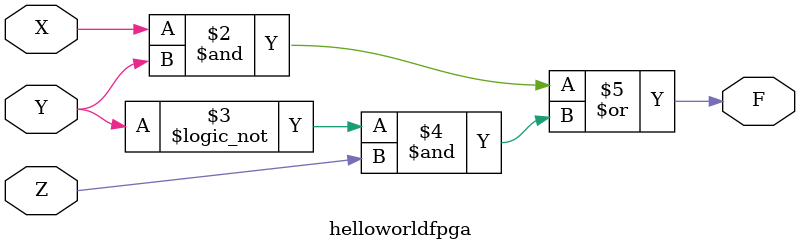
<source format=v>
module helloworldfpga(

    input  wire X,
    input  wire Y,
    input  wire Z,
    
    output wire F,
    );
   // assign X=0;
    //assign Y=0;
    //assign Z=0;
    
    always @(*)
    begin
   F=((X)&(Y)|!(Y)&(Z)); 
    end
    endmodule

</source>
